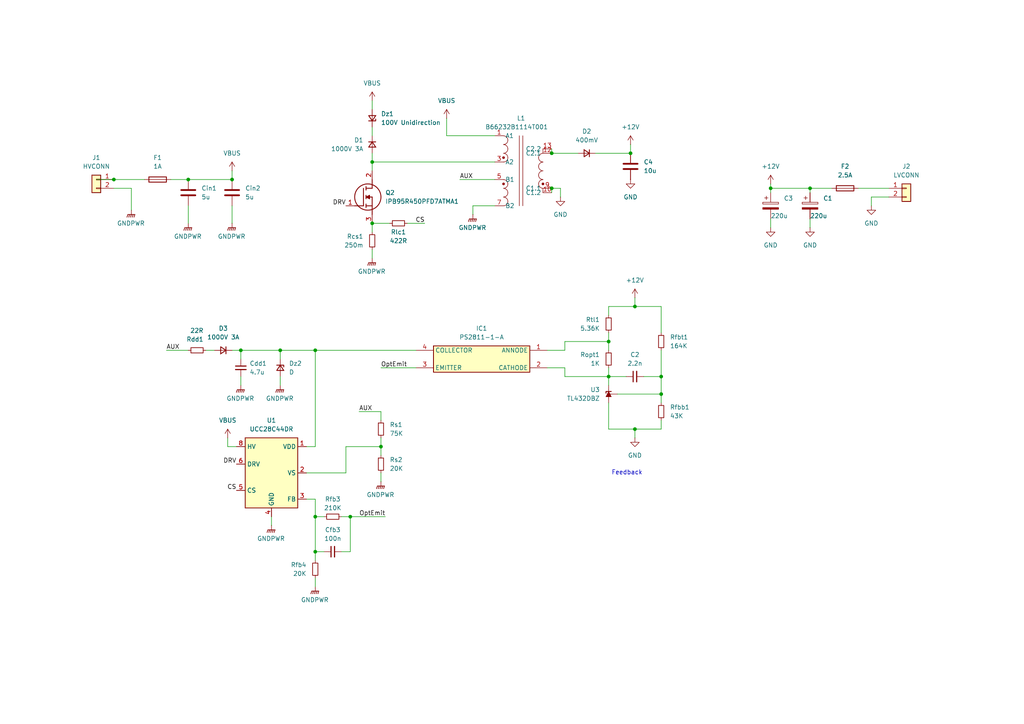
<source format=kicad_sch>
(kicad_sch (version 20250114) (generator "eeschema") (generator_version "9.0")
  (paper "A4")
  (lib_symbols
    (symbol "Connector_Generic:Conn_01x02" (pin_names (offset 1.016) (hide yes))
      (property "Reference" "J" (at 0 2.54 0))
      (property "Value" "Conn_01x02" (at 0 -5.08 0))
      (symbol "Conn_01x02_1_1"
        (rectangle (start -1.27 1.27) (end 1.27 -3.81) (stroke (width 0.254)) (fill (type background)))
        (rectangle (start -1.27 0.127) (end 0 -0.127) (stroke (width 0.1524)))
        (rectangle (start -1.27 -2.413) (end 0 -2.667) (stroke (width 0.1524)))
        (pin passive line (at -5.08 0 0) (length 3.81) (name "Pin_1") (number "1"))
        (pin passive line (at -5.08 -2.54 0) (length 3.81) (name "Pin_2") (number "2"))
      )
    )
    (symbol "Device:C" (pin_numbers (hide yes)) (pin_names (offset 0.254))
      (property "Reference" "C" (at 0.635 2.54 0))
      (property "Value" "C" (at 0.635 -2.54 0))
      (symbol "C_0_1"
        (polyline (pts (xy -2.032 0.762) (xy 2.032 0.762)) (stroke (width 0.508)))
        (polyline (pts (xy -2.032 -0.762) (xy 2.032 -0.762)) (stroke (width 0.508)))
      )
      (symbol "C_1_1"
        (pin passive line (at 0 3.81 270) (length 2.794) (name "~") (number "1"))
        (pin passive line (at 0 -3.81 90) (length 2.794) (name "~") (number "2"))
      )
    )
    (symbol "Device:C_Polarized" (pin_numbers (hide yes)) (pin_names (offset 0.254))
      (property "Reference" "C" (at 0.635 2.54 0))
      (property "Value" "C_Polarized" (at 0.635 -2.54 0))
      (symbol "C_Polarized_0_1"
        (rectangle (start -2.286 0.508) (end 2.286 1.016))
        (polyline (pts (xy -1.778 2.286) (xy -0.762 2.286)))
        (polyline (pts (xy -1.27 2.794) (xy -1.27 1.778)))
        (rectangle (start 2.286 -0.508) (end -2.286 -1.016) (fill (type outline)))
      )
      (symbol "C_Polarized_1_1"
        (pin passive line (at 0 3.81 270) (length 2.794) (name "~") (number "1"))
        (pin passive line (at 0 -3.81 90) (length 2.794) (name "~") (number "2"))
      )
    )
    (symbol "Device:C_Small" (pin_numbers (hide yes)) (pin_names (offset 0.254) (hide yes))
      (property "Reference" "C" (at 0.254 1.778 0))
      (property "Value" "C_Small" (at 0.254 -2.032 0))
      (symbol "C_Small_0_1"
        (polyline (pts (xy -1.524 0.508) (xy 1.524 0.508)) (stroke (width 0.3048)))
        (polyline (pts (xy -1.524 -0.508) (xy 1.524 -0.508)) (stroke (width 0.3302)))
      )
      (symbol "C_Small_1_1"
        (pin passive line (at 0 2.54 270) (length 2.032) (name "~") (number "1"))
        (pin passive line (at 0 -2.54 90) (length 2.032) (name "~") (number "2"))
      )
    )
    (symbol "Device:D_Small" (pin_numbers (hide yes)) (pin_names (offset 0.254) (hide yes))
      (property "Reference" "D" (at -1.27 2.032 0))
      (property "Value" "D_Small" (at -3.81 -2.032 0))
      (symbol "D_Small_0_1"
        (polyline (pts (xy -0.762 0) (xy 0.762 0)))
        (polyline (pts (xy -0.762 -1.016) (xy -0.762 1.016)) (stroke (width 0.254)))
        (polyline (pts (xy 0.762 -1.016) (xy -0.762 0) (xy 0.762 1.016) (xy 0.762 -1.016)) (stroke (width 0.254)))
      )
      (symbol "D_Small_1_1"
        (pin passive line (at -2.54 0 0) (length 1.778) (name "K") (number "1"))
        (pin passive line (at 2.54 0 180) (length 1.778) (name "A") (number "2"))
      )
    )
    (symbol "Device:D_Zener_Small" (pin_numbers (hide yes)) (pin_names (offset 0.254) (hide yes))
      (property "Reference" "D" (at 0 2.286 0))
      (property "Value" "D_Zener_Small" (at 0 -2.286 0))
      (symbol "D_Zener_Small_0_1"
        (polyline (pts (xy -0.254 1.016) (xy -0.762 1.016) (xy -0.762 -1.016)) (stroke (width 0.254)))
        (polyline (pts (xy 0.762 1.016) (xy -0.762 0) (xy 0.762 -1.016) (xy 0.762 1.016)) (stroke (width 0.254)))
        (polyline (pts (xy 0.762 0) (xy -0.762 0)))
      )
      (symbol "D_Zener_Small_1_1"
        (pin passive line (at -2.54 0 0) (length 1.778) (name "K") (number "1"))
        (pin passive line (at 2.54 0 180) (length 1.778) (name "A") (number "2"))
      )
    )
    (symbol "Device:Fuse" (pin_numbers (hide yes)) (pin_names (offset 0))
      (property "Reference" "F" (at 2.032 0 90))
      (property "Value" "Fuse" (at -1.905 0 90))
      (symbol "Fuse_0_1"
        (rectangle (start -0.762 -2.54) (end 0.762 2.54) (stroke (width 0.254)))
        (polyline (pts (xy 0 2.54) (xy 0 -2.54)))
      )
      (symbol "Fuse_1_1"
        (pin passive line (at 0 3.81 270) (length 1.27) (name "~") (number "1"))
        (pin passive line (at 0 -3.81 90) (length 1.27) (name "~") (number "2"))
      )
    )
    (symbol "Device:R_Small" (pin_numbers (hide yes)) (pin_names (offset 0.254) (hide yes))
      (property "Reference" "R" (at 0 0 90))
      (property "Value" "R_Small" (at 1.778 0 90))
      (symbol "R_Small_0_1"
        (rectangle (start -0.762 1.778) (end 0.762 -1.778) (stroke (width 0.2032)))
      )
      (symbol "R_Small_1_1"
        (pin passive line (at 0 2.54 270) (length 0.762) (name "~") (number "1"))
        (pin passive line (at 0 -2.54 90) (length 0.762) (name "~") (number "2"))
      )
    )
    (symbol "Reference_Voltage:TL432DBZ" (pin_numbers (hide yes)) (pin_names (hide yes))
      (property "Reference" "U" (at -2.54 2.54 0))
      (property "Value" "TL432DBZ" (at 0 -2.54 0))
      (symbol "TL432DBZ_0_1"
        (polyline (pts (xy -1.27 0) (xy 0 0) (xy 1.27 0)))
        (polyline (pts (xy -0.762 -0.762) (xy -0.762 0.762) (xy 0.762 0) (xy -0.762 -0.762)) (fill (type outline)))
        (polyline (pts (xy 0.254 -0.762) (xy 0.762 -0.762) (xy 0.762 0.762) (xy 0.762 0.762)) (stroke (width 0.254)))
      )
      (symbol "TL432DBZ_1_1"
        (pin passive line (at -2.54 0 0) (length 1.27) (name "A") (number "3"))
        (pin passive line (at 0 2.54 270) (length 2.54) (name "REF") (number "1"))
        (pin passive line (at 2.54 0 180) (length 1.27) (name "K") (number "2"))
      )
    )
    (symbol "Samacsys:B66232B1114T001"
      (property "Reference" "L1" (at 8.89 2.54 0))
      (property "Value" "B66232B1114T001" (at 7.62 0 0))
      (symbol "B66232B1114T001_0_1"
        (arc (start 3.81 -2.5654) (mid 4.6901 -2.9299) (end 5.0546 -3.81))
        (arc (start 3.81 -5.1054) (mid 4.6901 -5.4699) (end 5.0546 -6.35))
        (arc (start 3.81 -7.6454) (mid 4.6901 -8.0099) (end 5.0546 -8.89))
        (arc (start 3.81 -15.2654) (mid 4.6901 -15.6299) (end 5.0546 -16.51))
        (arc (start 3.81 -17.8054) (mid 4.6901 -18.1699) (end 5.0546 -19.05))
        (arc (start 3.81 -20.3454) (mid 4.6901 -20.7099) (end 5.0546 -21.59))
        (arc (start 5.0546 -3.81) (mid 4.7043 -4.7117) (end 3.81 -5.08))
        (arc (start 5.0546 -6.35) (mid 4.7043 -7.2517) (end 3.81 -7.62))
        (arc (start 5.0546 -8.89) (mid 4.7043 -9.7917) (end 3.81 -10.16))
        (arc (start 5.0546 -16.51) (mid 4.7043 -17.4117) (end 3.81 -17.78))
        (arc (start 5.0546 -19.05) (mid 4.7043 -19.9517) (end 3.81 -20.32))
        (arc (start 5.0546 -21.59) (mid 4.7043 -22.4917) (end 3.81 -22.86))
        (polyline (pts (xy 8.382 -22.86) (xy 8.382 -2.54)))
        (polyline (pts (xy 9.398 -2.54) (xy 9.398 -22.86)))
        (polyline (pts (xy 15.24 -7.62) (xy 15.24 -6.35)))
        (arc (start 15.24 -10.16) (mid 14.342 -9.788) (end 13.97 -8.89))
        (arc (start 15.24 -12.7) (mid 14.342 -12.328) (end 13.97 -11.43))
        (arc (start 15.24 -15.24) (mid 14.342 -14.868) (end 13.97 -13.97))
        (arc (start 15.24 -17.78) (mid 14.342 -17.408) (end 13.97 -16.51))
        (polyline (pts (xy 15.24 -17.78) (xy 15.24 -19.05)))
        (arc (start 13.97 -8.89) (mid 14.356 -8.0136) (end 15.24 -7.6454))
        (arc (start 13.97 -11.43) (mid 14.356 -10.5536) (end 15.24 -10.1854))
        (arc (start 13.97 -13.97) (mid 14.356 -13.0936) (end 15.24 -12.7254))
        (arc (start 13.97 -16.51) (mid 14.356 -15.6336) (end 15.24 -15.2654))
      )
      (symbol "B66232B1114T001_1_1"
        (circle (center 3.81 -8.89) (radius 0.0001) (stroke (width 0.762)) (fill (type outline)))
        (circle (center 3.81 -16.51) (radius 0.0001) (stroke (width 0.762)) (fill (type outline)))
        (circle (center 15.24 -16.51) (radius 0.0001) (stroke (width 0.762)) (fill (type outline)))
        (pin input line (at 1.27 -2.54 0) (length 2.54) (name "A1") (number "1"))
        (pin input line (at 1.27 -10.16 0) (length 2.54) (name "A2") (number "3"))
        (pin input line (at 1.27 -15.24 0) (length 2.54) (name "B1") (number "5"))
        (pin input line (at 1.27 -22.86 0) (length 2.54) (name "B2") (number "7"))
        (pin input line (at 17.78 -6.35 180) (length 2.54) (name "C2.2") (number "13"))
        (pin input line (at 17.78 -7.62 180) (length 2.54) (name "C2.1") (number "12"))
        (pin input line (at 17.78 -17.78 180) (length 2.54) (name "C1.1") (number "9"))
        (pin input line (at 17.78 -19.05 180) (length 2.54) (name "C1.2") (number "10"))
      )
    )
    (symbol "Samacsys:IPB95R450PFD7ATMA1" (pin_names (hide yes))
      (property "Reference" "Q" (at 11.43 3.81 0))
      (property "Value" "IPB95R450PFD7ATMA1" (at 11.43 1.27 0))
      (symbol "IPB95R450PFD7ATMA1_1_1"
        (polyline (pts (xy 2.54 0) (xy 5.08 0)) (stroke (width 0.254)))
        (polyline (pts (xy 5.08 5.08) (xy 5.08 0)) (stroke (width 0.254)))
        (polyline (pts (xy 5.842 5.588) (xy 5.842 4.572)) (stroke (width 0.254)))
        (polyline (pts (xy 5.842 2.54) (xy 6.858 3.048) (xy 6.858 2.032) (xy 5.842 2.54)) (stroke (width 0.254)) (fill (type outline)))
        (polyline (pts (xy 5.842 2.032) (xy 5.842 3.048)) (stroke (width 0.254)))
        (polyline (pts (xy 5.842 0) (xy 7.62 0)) (stroke (width 0.254)))
        (polyline (pts (xy 5.842 -0.508) (xy 5.842 0.508)) (stroke (width 0.254)))
        (circle (center 6.35 2.54) (radius 3.81) (stroke (width 0.254)))
        (polyline (pts (xy 7.62 5.08) (xy 5.842 5.08)) (stroke (width 0.254)))
        (polyline (pts (xy 7.62 5.08) (xy 7.62 7.62)) (stroke (width 0.254)))
        (polyline (pts (xy 7.62 2.54) (xy 5.842 2.54)) (stroke (width 0.254)))
        (polyline (pts (xy 7.62 2.54) (xy 7.62 -2.54)) (stroke (width 0.254)))
        (pin passive line (at 0 0 0) (length 2.54) (name "G") (number "1"))
        (pin passive line (at 7.62 10.16 270) (length 2.54) (name "D") (number "2"))
        (pin passive line (at 7.62 -5.08 90) (length 2.54) (name "S") (number "3"))
      )
    )
    (symbol "Samacsys:PS2811-1-A"
      (property "Reference" "IC1" (at 19.05 1.27 0))
      (property "Value" "PS2811-1-A" (at 19.05 -1.27 0))
      (symbol "PS2811-1-A_1_1"
        (rectangle (start 33.02 -11.43) (end 5.08 -3.81) (stroke (width 0.254)) (fill (type background)))
        (pin passive line (at 0 -5.08 0) (length 5.08) (name "COLLECTOR") (number "4"))
        (pin passive line (at 0 -10.16 0) (length 5.08) (name "EMITTER") (number "3"))
        (pin passive line (at 38.1 -5.08 180) (length 5.08) (name "ANNODE") (number "1"))
        (pin passive line (at 38.1 -10.16 180) (length 5.08) (name "CATHODE") (number "2"))
      )
    )
    (symbol "customSymbols:UCC28740"
      (property "Reference" "U" (at -7.62 11.43 0))
      (property "Value" "UCC28740" (at 1.27 11.43 0))
      (symbol "UCC28740_0_1"
        (rectangle (start -7.62 10.16) (end 7.62 -10.16) (stroke (width 0.254)) (fill (type background)))
      )
      (symbol "UCC28740_1_1"
        (pin power_in line (at -10.16 7.62 0) (length 2.54) (name "HV") (number "8"))
        (pin input line (at -10.16 2.54 0) (length 2.54) (name "DRV") (number "6"))
        (pin input line (at -10.16 -5.08 0) (length 2.54) (name "CS") (number "5"))
        (pin output line (at 0 -12.7 90) (length 2.54) (name "GND") (number "4"))
        (pin input line (at 10.16 7.62 180) (length 2.54) (name "VDD") (number "1"))
        (pin power_in line (at 10.16 0 180) (length 2.54) (name "VS") (number "2"))
        (pin input line (at 10.16 -7.62 180) (length 2.54) (name "FB") (number "3"))
      )
    )
    (symbol "power:+12V" (power) (pin_numbers (hide yes)) (pin_names (offset 0) (hide yes))
      (property "Value" "+12V" (at 0 3.556 0))
      (symbol "+12V_0_1"
        (polyline (pts (xy -0.762 1.27) (xy 0 2.54)))
        (polyline (pts (xy 0 2.54) (xy 0.762 1.27)))
        (polyline (pts (xy 0 0) (xy 0 2.54)))
      )
      (symbol "+12V_1_1"
        (pin power_in line (at 0 0 90) (length 0) (name "~") (number "1"))
      )
    )
    (symbol "power:GND" (power) (pin_numbers (hide yes)) (pin_names (offset 0) (hide yes))
      (property "Value" "GND" (at 0 -3.81 0))
      (symbol "GND_0_1"
        (polyline (pts (xy 0 0) (xy 0 -1.27) (xy 1.27 -1.27) (xy 0 -2.54) (xy -1.27 -1.27) (xy 0 -1.27)))
      )
      (symbol "GND_1_1"
        (pin power_in line (at 0 0 270) (length 0) (name "~") (number "1"))
      )
    )
    (symbol "power:GNDPWR" (power) (pin_numbers (hide yes)) (pin_names (offset 0) (hide yes))
      (property "Value" "GNDPWR" (at 0 -3.302 0))
      (symbol "GNDPWR_0_1"
        (polyline (pts (xy -1.016 -1.27) (xy -1.27 -2.032) (xy -1.27 -2.032)) (stroke (width 0.2032)))
        (polyline (pts (xy -0.508 -1.27) (xy -0.762 -2.032) (xy -0.762 -2.032)) (stroke (width 0.2032)))
        (polyline (pts (xy 0 -1.27) (xy 0 0)))
        (polyline (pts (xy 0 -1.27) (xy -0.254 -2.032) (xy -0.254 -2.032)) (stroke (width 0.2032)))
        (polyline (pts (xy 0.508 -1.27) (xy 0.254 -2.032) (xy 0.254 -2.032)) (stroke (width 0.2032)))
        (polyline (pts (xy 1.016 -1.27) (xy -1.016 -1.27) (xy -1.016 -1.27)) (stroke (width 0.2032)))
        (polyline (pts (xy 1.016 -1.27) (xy 0.762 -2.032) (xy 0.762 -2.032) (xy 0.762 -2.032)) (stroke (width 0.2032)))
      )
      (symbol "GNDPWR_1_1"
        (pin power_in line (at 0 0 270) (length 0) (name "~") (number "1"))
      )
    )
    (symbol "power:VBUS" (power) (pin_numbers (hide yes)) (pin_names (offset 0) (hide yes))
      (property "Value" "VBUS" (at 0 3.556 0))
      (symbol "VBUS_0_1"
        (polyline (pts (xy -0.762 1.27) (xy 0 2.54)))
        (polyline (pts (xy 0 2.54) (xy 0.762 1.27)))
        (polyline (pts (xy 0 0) (xy 0 2.54)))
      )
      (symbol "VBUS_1_1"
        (pin power_in line (at 0 0 90) (length 0) (name "~") (number "1"))
      )
    )
  )
  (text "Feedback" (at 181.864 137.16 0) (effects (font (size 1.27 1.27))))
  (junction (at 54.61 52.07))
  (junction (at 81.28 101.6))
  (junction (at 33.02 52.07))
  (junction (at 91.44 160.02))
  (junction (at 91.44 149.86))
  (junction (at 176.53 99.06))
  (junction (at 101.6 149.86))
  (junction (at 67.31 52.07))
  (junction (at 69.85 101.6))
  (junction (at 160.02 44.45))
  (junction (at 160.02 54.61))
  (junction (at 176.53 109.22))
  (junction (at 191.77 114.3))
  (junction (at 91.44 101.6))
  (junction (at 223.52 54.61))
  (junction (at 107.95 46.99))
  (junction (at 184.15 88.9))
  (junction (at 191.77 109.22))
  (junction (at 110.49 129.54))
  (junction (at 107.95 64.77))
  (junction (at 234.95 54.61))
  (junction (at 182.88 44.45))
  (junction (at 184.15 124.46))
  (wire (pts (xy 184.15 124.46) (xy 184.15 127)))
  (wire (pts (xy 91.44 167.64) (xy 91.44 170.18)))
  (wire (pts (xy 107.95 46.99) (xy 107.95 49.53)))
  (wire (pts (xy 27.94 52.07) (xy 33.02 52.07)))
  (wire (pts (xy 191.77 114.3) (xy 191.77 116.84)))
  (wire (pts (xy 104.14 119.38) (xy 110.49 119.38)))
  (wire (pts (xy 33.02 54.61) (xy 38.1 54.61)))
  (wire (pts (xy 107.95 46.99) (xy 143.51 46.99)))
  (wire (pts (xy 99.06 160.02) (xy 101.6 160.02)))
  (wire (pts (xy 49.53 52.07) (xy 54.61 52.07)))
  (wire (pts (xy 54.61 59.69) (xy 54.61 64.77)))
  (wire (pts (xy 91.44 160.02) (xy 93.98 160.02)))
  (wire (pts (xy 91.44 129.54) (xy 91.44 101.6)))
  (wire (pts (xy 91.44 101.6) (xy 120.65 101.6)))
  (wire (pts (xy 129.54 39.37) (xy 143.51 39.37)))
  (wire (pts (xy 158.75 106.68) (xy 163.83 106.68)))
  (wire (pts (xy 172.72 44.45) (xy 182.88 44.45)))
  (wire (pts (xy 99.06 149.86) (xy 101.6 149.86)))
  (wire (pts (xy 160.02 54.61) (xy 162.56 54.61)))
  (wire (pts (xy 191.77 88.9) (xy 191.77 96.52)))
  (wire (pts (xy 186.69 109.22) (xy 191.77 109.22)))
  (wire (pts (xy 234.95 66.04) (xy 234.95 63.5)))
  (wire (pts (xy 69.85 104.14) (xy 69.85 101.6)))
  (wire (pts (xy 162.56 54.61) (xy 162.56 57.15)))
  (wire (pts (xy 163.83 99.06) (xy 176.53 99.06)))
  (wire (pts (xy 107.95 29.21) (xy 107.95 31.75)))
  (wire (pts (xy 81.28 111.76) (xy 81.28 109.22)))
  (wire (pts (xy 163.83 99.06) (xy 163.83 101.6)))
  (wire (pts (xy 107.95 72.39) (xy 107.95 74.93)))
  (wire (pts (xy 113.03 64.77) (xy 107.95 64.77)))
  (wire (pts (xy 88.9 137.16) (xy 100.33 137.16)))
  (wire (pts (xy 110.49 106.68) (xy 120.65 106.68)))
  (wire (pts (xy 100.33 137.16) (xy 100.33 129.54)))
  (wire (pts (xy 223.52 54.61) (xy 223.52 53.34)))
  (wire (pts (xy 234.95 55.88) (xy 234.95 54.61)))
  (wire (pts (xy 38.1 54.61) (xy 38.1 60.96)))
  (wire (pts (xy 163.83 101.6) (xy 158.75 101.6)))
  (wire (pts (xy 252.73 57.15) (xy 257.81 57.15)))
  (wire (pts (xy 184.15 88.9) (xy 191.77 88.9)))
  (wire (pts (xy 248.92 54.61) (xy 257.81 54.61)))
  (wire (pts (xy 176.53 99.06) (xy 176.53 101.6)))
  (wire (pts (xy 48.26 101.6) (xy 54.61 101.6)))
  (wire (pts (xy 191.77 124.46) (xy 191.77 121.92)))
  (wire (pts (xy 191.77 109.22) (xy 191.77 114.3)))
  (wire (pts (xy 67.31 64.77) (xy 67.31 59.69)))
  (wire (pts (xy 137.16 59.69) (xy 143.51 59.69)))
  (wire (pts (xy 179.07 114.3) (xy 191.77 114.3)))
  (wire (pts (xy 110.49 119.38) (xy 110.49 121.92)))
  (wire (pts (xy 176.53 109.22) (xy 176.53 111.76)))
  (wire (pts (xy 182.88 41.91) (xy 182.88 44.45)))
  (wire (pts (xy 93.98 149.86) (xy 91.44 149.86)))
  (wire (pts (xy 66.04 129.54) (xy 66.04 127)))
  (wire (pts (xy 100.33 129.54) (xy 110.49 129.54)))
  (wire (pts (xy 176.53 88.9) (xy 184.15 88.9)))
  (wire (pts (xy 123.19 64.77) (xy 118.11 64.77)))
  (wire (pts (xy 176.53 106.68) (xy 176.53 109.22)))
  (wire (pts (xy 107.95 36.83) (xy 107.95 39.37)))
  (wire (pts (xy 54.61 52.07) (xy 67.31 52.07)))
  (wire (pts (xy 107.95 44.45) (xy 107.95 46.99)))
  (wire (pts (xy 81.28 104.14) (xy 81.28 101.6)))
  (wire (pts (xy 223.52 66.04) (xy 223.52 63.5)))
  (wire (pts (xy 91.44 144.78) (xy 88.9 144.78)))
  (wire (pts (xy 91.44 149.86) (xy 91.44 160.02)))
  (wire (pts (xy 160.02 54.61) (xy 160.02 55.88)))
  (wire (pts (xy 176.53 124.46) (xy 184.15 124.46)))
  (wire (pts (xy 129.54 34.29) (xy 129.54 39.37)))
  (wire (pts (xy 184.15 124.46) (xy 191.77 124.46)))
  (wire (pts (xy 111.76 149.86) (xy 101.6 149.86)))
  (wire (pts (xy 67.31 101.6) (xy 69.85 101.6)))
  (wire (pts (xy 252.73 57.15) (xy 252.73 59.69)))
  (wire (pts (xy 110.49 127) (xy 110.49 129.54)))
  (wire (pts (xy 176.53 109.22) (xy 181.61 109.22)))
  (wire (pts (xy 110.49 137.16) (xy 110.49 139.7)))
  (wire (pts (xy 69.85 101.6) (xy 81.28 101.6)))
  (wire (pts (xy 176.53 96.52) (xy 176.53 99.06)))
  (wire (pts (xy 91.44 162.56) (xy 91.44 160.02)))
  (wire (pts (xy 176.53 116.84) (xy 176.53 124.46)))
  (wire (pts (xy 59.69 101.6) (xy 62.23 101.6)))
  (wire (pts (xy 33.02 52.07) (xy 41.91 52.07)))
  (wire (pts (xy 223.52 55.88) (xy 223.52 54.61)))
  (wire (pts (xy 234.95 54.61) (xy 241.3 54.61)))
  (wire (pts (xy 91.44 144.78) (xy 91.44 149.86)))
  (wire (pts (xy 163.83 109.22) (xy 176.53 109.22)))
  (wire (pts (xy 133.35 52.07) (xy 143.51 52.07)))
  (wire (pts (xy 223.52 54.61) (xy 234.95 54.61)))
  (wire (pts (xy 67.31 49.53) (xy 67.31 52.07)))
  (wire (pts (xy 160.02 44.45) (xy 167.64 44.45)))
  (wire (pts (xy 66.04 129.54) (xy 68.58 129.54)))
  (wire (pts (xy 101.6 160.02) (xy 101.6 149.86)))
  (wire (pts (xy 191.77 101.6) (xy 191.77 109.22)))
  (wire (pts (xy 176.53 88.9) (xy 176.53 91.44)))
  (wire (pts (xy 88.9 129.54) (xy 91.44 129.54)))
  (wire (pts (xy 184.15 86.36) (xy 184.15 88.9)))
  (wire (pts (xy 160.02 43.18) (xy 160.02 44.45)))
  (wire (pts (xy 78.74 149.86) (xy 78.74 152.4)))
  (wire (pts (xy 69.85 111.76) (xy 69.85 109.22)))
  (wire (pts (xy 137.16 59.69) (xy 137.16 62.23)))
  (wire (pts (xy 163.83 106.68) (xy 163.83 109.22)))
  (wire (pts (xy 110.49 129.54) (xy 110.49 132.08)))
  (wire (pts (xy 81.28 101.6) (xy 91.44 101.6)))
  (wire (pts (xy 107.95 64.77) (xy 107.95 67.31)))
  (label "AUX" (at 133.35 52.07 0))
  (label "CS" (at 68.58 142.24 180))
  (label "DRV" (at 68.58 134.62 180))
  (label "OptEmit" (at 111.76 149.86 180))
  (label "OptEmit" (at 110.49 106.68 0))
  (label "AUX" (at 104.14 119.38 0))
  (label "DRV" (at 100.33 59.69 180))
  (label "CS" (at 123.19 64.77 180))
  (label "AUX" (at 48.26 101.6 0))
  (symbol (lib_id "power:+12V") (at 184.15 86.36 0) (unit 1)
    (property "Reference" "#PWR016" (effects (hide yes)))
    (property "Value" "+12V" (at 184.15 81.28 0))
    (property "Description" "Power symbol creates a global label with name \"+12V\"" (effects (hide yes)))
  )
  (symbol (lib_id "Samacsys:PS2811-1-A") (at 120.65 96.52 0) (unit 1)
    (property "Reference" "IC1" (at 139.7 95.25 0))
    (property "Value" "PS2811-1-A" (at 139.7 97.79 0))
    (property "Footprint" "Samacsys:SOIC127P700X210-4N" (effects (hide yes)))
    (property "Datasheet" "https://componentsearchengine.com/Datasheets/1/PS2811-1-A.pdf" (effects (hide yes)))
    (property "Description" "The PS2811-1 and PS2811-4 are optically coupled isolators containing a GaAs light emitting diode and an NPN silicon phototransistor in a plastic SSOP for high density applications. The package is a Shrink SOP (Small Outline Package) type for high density mounting applications." (effects (hide yes)))
    (property "Height" "2.1" (effects (hide yes)))
    (property "Mouser Part Number" "551-PS2811-1-A" (effects (hide yes)))
    (property "Mouser Price/Stock" "https://www.mouser.co.uk/ProductDetail/Renesas-Electronics/PS2811-1-A?qs=WYZ1yQOz%2FLHvShysWp8%2FyA%3D%3D" (effects (hide yes)))
    (property "Manufacturer_Name" "Renesas Electronics" (effects (hide yes)))
    (property "Manufacturer_Part_Number" "PS2811-1-A" (effects (hide yes)))
  )
  (symbol (lib_id "power:GNDPWR") (at 38.1 60.96 0) (unit 1)
    (property "Reference" "#PWR021" (effects (hide yes)))
    (property "Value" "GNDPWR" (at 37.973 64.77 0))
    (property "Description" "Power symbol creates a global label with name \"GNDPWR\" , global ground" (effects (hide yes)))
  )
  (symbol (lib_id "Device:R_Small") (at 176.53 93.98 0) (mirror x) (unit 1)
    (property "Reference" "Rtl1" (at 173.99 92.7099 0) (effects (justify right)))
    (property "Value" "5.36K" (at 173.99 95.2499 0) (effects (justify right)))
    (property "Footprint" "Resistor_SMD:R_0603_1608Metric" (effects (hide yes)))
    (property "Description" "Resistor, small symbol" (effects (hide yes)))
  )
  (symbol (lib_id "power:VBUS") (at 67.31 49.53 0) (unit 1)
    (property "Reference" "#PWR011" (effects (hide yes)))
    (property "Value" "VBUS" (at 67.31 44.45 0))
    (property "Description" "Power symbol creates a global label with name \"VBUS\"" (effects (hide yes)))
  )
  (symbol (lib_id "Device:R_Small") (at 191.77 99.06 180) (unit 1)
    (property "Reference" "Rfbt1" (at 194.31 97.7899 0) (effects (justify right)))
    (property "Value" "164K" (at 194.31 100.3299 0) (effects (justify right)))
    (property "Footprint" "Resistor_SMD:R_0603_1608Metric" (effects (hide yes)))
    (property "Description" "Resistor, small symbol" (effects (hide yes)))
  )
  (symbol (lib_id "Device:C_Small") (at 96.52 160.02 90) (unit 1)
    (property "Reference" "Cfb3" (at 96.5263 153.67 90))
    (property "Value" "100n" (at 96.5263 156.21 90))
    (property "Footprint" "Capacitor_SMD:C_0603_1608Metric" (effects (hide yes)))
    (property "Description" "Unpolarized capacitor, small symbol" (effects (hide yes)))
  )
  (symbol (lib_id "power:VBUS") (at 107.95 29.21 0) (mirror y) (unit 1)
    (property "Reference" "#PWR013" (effects (hide yes)))
    (property "Value" "VBUS" (at 107.95 24.13 0))
    (property "Description" "Power symbol creates a global label with name \"VBUS\"" (effects (hide yes)))
  )
  (symbol (lib_id "Device:D_Zener_Small") (at 107.95 34.29 270) (mirror x) (unit 1)
    (property "Reference" "Dz1" (at 110.49 33.0199 90) (effects (justify left)))
    (property "Value" "100V Unidirection" (at 110.49 35.5599 90) (effects (justify left)))
    (property "Footprint" "Diode_SMD:D_SMC" (effects (hide yes)))
    (property "Description" "Zener diode, small symbol" (effects (hide yes)))
  )
  (symbol (lib_id "Samacsys:IPB95R450PFD7ATMA1") (at 100.33 59.69 0) (unit 1)
    (property "Reference" "Q2" (at 111.76 55.8799 0) (effects (justify left)))
    (property "Value" "IPB95R450PFD7ATMA1" (at 111.76 58.4199 0) (effects (justify left)))
    (property "Footprint" "Samacsys:IPB95R450PFD7ATMA1" (effects (hide yes)))
    (property "Datasheet" "https://www.infineon.com/cms/en/product/power/mosfet/n-channel/500v-950v/ipb95r450pfd7/" (effects (hide yes)))
    (property "Description" "950 V CoolMOS PFD7 superjunction MOSFET in TO-263 package" (effects (hide yes)))
    (property "Height" "4.82" (effects (hide yes)))
    (property "Mouser Part Number" "726-IPB95R450PFD7ATM" (effects (hide yes)))
    (property "Mouser Price/Stock" "https://www.mouser.co.uk/ProductDetail/Infineon-Technologies/IPB95R450PFD7ATMA1?qs=By6Nw2ByBD0ckMjxTH5NFQ%3D%3D" (effects (hide yes)))
    (property "Manufacturer_Name" "Infineon" (effects (hide yes)))
    (property "Manufacturer_Part_Number" "IPB95R450PFD7ATMA1" (effects (hide yes)))
  )
  (symbol (lib_id "power:VBUS") (at 129.54 34.29 0) (mirror y) (unit 1)
    (property "Reference" "#PWR018" (effects (hide yes)))
    (property "Value" "VBUS" (at 129.54 29.21 0))
    (property "Description" "Power symbol creates a global label with name \"VBUS\"" (effects (hide yes)))
  )
  (symbol (lib_id "Device:Fuse") (at 45.72 52.07 90) (unit 1)
    (property "Reference" "F1" (at 45.72 45.72 90))
    (property "Value" "1A" (at 45.72 48.26 90))
    (property "Footprint" "Samacsys:FUSC13250X555N" (effects (hide yes)))
    (property "Datasheet" "https://www.mouser.co.uk/datasheet/3/191/1/ds-CP-0ACJ-series.pdf" (effects (hide yes)))
    (property "Description" "Fuse" (effects (hide yes)))
  )
  (symbol (lib_id "Device:Fuse") (at 245.11 54.61 90) (unit 1)
    (property "Reference" "F2" (at 245.11 48.26 90))
    (property "Value" "2.5A" (at 245.11 50.8 90))
    (property "Footprint" "Samacsys:FUSC13250X555N" (effects (hide yes)))
    (property "Description" "Fuse" (effects (hide yes)))
  )
  (symbol (lib_id "Device:R_Small") (at 110.49 134.62 180) (unit 1)
    (property "Reference" "Rs2" (at 113.03 133.3499 0) (effects (justify right)))
    (property "Value" "20K" (at 113.03 135.8899 0) (effects (justify right)))
    (property "Footprint" "Resistor_SMD:R_0603_1608Metric" (effects (hide yes)))
    (property "Description" "Resistor, small symbol" (effects (hide yes)))
  )
  (symbol (lib_id "Device:C_Polarized") (at 234.95 59.69 0) (unit 1)
    (property "Reference" "C1" (at 238.76 57.5309 0) (effects (justify left)))
    (property "Value" "220u" (at 234.95 62.6109 0) (effects (justify left)))
    (property "Footprint" "Capacitor_THT:CP_Radial_D8.0mm_P3.50mm" (effects (hide yes)))
    (property "Datasheet" "https://www.mouser.co.uk/datasheet/3/508/1/KEM_A4137_A7C5.pdf" (effects (hide yes)))
    (property "Description" "Polarized capacitor" (effects (hide yes)))
  )
  (symbol (lib_id "power:GND") (at 182.88 52.07 0) (unit 1)
    (property "Reference" "#PWR023" (effects (hide yes)))
    (property "Value" "GND" (at 182.88 57.15 0))
    (property "Description" "Power symbol creates a global label with name \"GND\" , ground" (effects (hide yes)))
  )
  (symbol (lib_id "power:GNDPWR") (at 67.31 64.77 0) (unit 1)
    (property "Reference" "#PWR022" (effects (hide yes)))
    (property "Value" "GNDPWR" (at 67.183 68.58 0))
    (property "Description" "Power symbol creates a global label with name \"GNDPWR\" , global ground" (effects (hide yes)))
  )
  (symbol (lib_id "power:GNDPWR") (at 54.61 64.77 0) (unit 1)
    (property "Reference" "#PWR07" (effects (hide yes)))
    (property "Value" "GNDPWR" (at 54.483 68.58 0))
    (property "Description" "Power symbol creates a global label with name \"GNDPWR\" , global ground" (effects (hide yes)))
  )
  (symbol (lib_id "Device:C") (at 54.61 55.88 0) (unit 1)
    (property "Reference" "Cin1" (at 58.42 54.6099 0) (effects (justify left)))
    (property "Value" "5u" (at 58.42 57.1499 0) (effects (justify left)))
    (property "Footprint" "Samacsys:ECWFG60505JA" (effects (hide yes)))
    (property "Description" "Unpolarized capacitor" (effects (hide yes)))
  )
  (symbol (lib_id "Device:D_Small") (at 64.77 101.6 0) (mirror y) (unit 1)
    (property "Reference" "D3" (at 64.77 95.25 0))
    (property "Value" "1000V 3A" (at 64.77 97.79 0))
    (property "Footprint" "Diode_SMD:D_SMB" (effects (hide yes)))
    (property "Datasheet" "https://www.vishay.com/doc?98676" (effects (hide yes)))
    (property "Description" "Diode, small symbol" (effects (hide yes)))
    (property "Sim.Device" "D" (effects (hide yes)))
    (property "Sim.Pins" "1=K 2=A" (effects (hide yes)))
  )
  (symbol (lib_id "power:GNDPWR") (at 110.49 139.7 0) (unit 1)
    (property "Reference" "#PWR05" (effects (hide yes)))
    (property "Value" "GNDPWR" (at 110.363 143.51 0))
    (property "Description" "Power symbol creates a global label with name \"GNDPWR\" , global ground" (effects (hide yes)))
  )
  (symbol (lib_id "power:VBUS") (at 66.04 127 0) (unit 1)
    (property "Reference" "#PWR012" (effects (hide yes)))
    (property "Value" "VBUS" (at 66.04 121.92 0))
    (property "Description" "Power symbol creates a global label with name \"VBUS\"" (effects (hide yes)))
  )
  (symbol (lib_id "power:+12V") (at 223.52 53.34 0) (unit 1)
    (property "Reference" "#PWR015" (effects (hide yes)))
    (property "Value" "+12V" (at 223.52 48.26 0))
    (property "Description" "Power symbol creates a global label with name \"+12V\"" (effects (hide yes)))
  )
  (symbol (lib_id "Device:C_Small") (at 69.85 106.68 0) (unit 1)
    (property "Reference" "Cdd1" (at 72.39 105.4162 0) (effects (justify left)))
    (property "Value" "4.7u" (at 72.39 107.9562 0) (effects (justify left)))
    (property "Footprint" "Capacitor_SMD:C_0603_1608Metric" (effects (hide yes)))
    (property "Description" "Unpolarized capacitor, small symbol" (effects (hide yes)))
  )
  (symbol (lib_id "Device:R_Small") (at 110.49 124.46 180) (unit 1)
    (property "Reference" "Rs1" (at 113.03 123.1899 0) (effects (justify right)))
    (property "Value" "75K" (at 113.03 125.7299 0) (effects (justify right)))
    (property "Footprint" "Resistor_SMD:R_0603_1608Metric" (effects (hide yes)))
    (property "Description" "Resistor, small symbol" (effects (hide yes)))
  )
  (symbol (lib_id "power:GND") (at 162.56 57.15 0) (unit 1)
    (property "Reference" "#PWR08" (effects (hide yes)))
    (property "Value" "GND" (at 162.56 62.23 0))
    (property "Description" "Power symbol creates a global label with name \"GND\" , ground" (effects (hide yes)))
  )
  (symbol (lib_id "power:GNDPWR") (at 69.85 111.76 0) (unit 1)
    (property "Reference" "#PWR06" (effects (hide yes)))
    (property "Value" "GNDPWR" (at 69.723 115.57 0))
    (property "Description" "Power symbol creates a global label with name \"GNDPWR\" , global ground" (effects (hide yes)))
  )
  (symbol (lib_id "power:GND") (at 223.52 66.04 0) (unit 1)
    (property "Reference" "#PWR020" (effects (hide yes)))
    (property "Value" "GND" (at 223.52 71.12 0))
    (property "Description" "Power symbol creates a global label with name \"GND\" , ground" (effects (hide yes)))
  )
  (symbol (lib_id "Device:C_Polarized") (at 223.52 59.69 0) (unit 1)
    (property "Reference" "C3" (at 227.33 57.5309 0) (effects (justify left)))
    (property "Value" "220u" (at 223.52 62.6109 0) (effects (justify left)))
    (property "Footprint" "Capacitor_THT:CP_Radial_D8.0mm_P3.50mm" (effects (hide yes)))
    (property "Datasheet" "https://www.mouser.co.uk/datasheet/3/508/1/KEM_A4137_A7C5.pdf" (effects (hide yes)))
    (property "Description" "Polarized capacitor" (effects (hide yes)))
  )
  (symbol (lib_id "power:GND") (at 252.73 59.69 0) (unit 1)
    (property "Reference" "#PWR017" (effects (hide yes)))
    (property "Value" "GND" (at 252.73 64.77 0))
    (property "Description" "Power symbol creates a global label with name \"GND\" , ground" (effects (hide yes)))
  )
  (symbol (lib_id "power:GNDPWR") (at 81.28 111.76 0) (unit 1)
    (property "Reference" "#PWR019" (effects (hide yes)))
    (property "Value" "GNDPWR" (at 81.153 115.57 0))
    (property "Description" "Power symbol creates a global label with name \"GNDPWR\" , global ground" (effects (hide yes)))
  )
  (symbol (lib_id "power:GNDPWR") (at 91.44 170.18 0) (unit 1)
    (property "Reference" "#PWR03" (effects (hide yes)))
    (property "Value" "GNDPWR" (at 91.313 173.99 0))
    (property "Description" "Power symbol creates a global label with name \"GNDPWR\" , global ground" (effects (hide yes)))
  )
  (symbol (lib_id "customSymbols:UCC28740") (at 78.74 137.16 0) (unit 1)
    (property "Reference" "U1" (at 78.74 121.92 0))
    (property "Value" "UCC28C44DR" (at 78.74 124.46 0))
    (property "Footprint" "Package_SO:SOIC-8_3.9x4.9mm_P1.27mm" (effects (hide yes)))
    (property "Datasheet" "http://www.ti.com/lit/ds/symlink/ucc24610.pdf" (effects (hide yes)))
    (property "Description" "GREEN Rectifier Controller Device, 600kHz, SOIC-8" (effects (hide yes)))
  )
  (symbol (lib_id "Device:D_Small") (at 170.18 44.45 180) (unit 1)
    (property "Reference" "D2" (at 170.18 38.1 0))
    (property "Value" "400mV" (at 170.18 40.64 0))
    (property "Footprint" "Diode_SMD:D_SMC" (effects (hide yes)))
    (property "Datasheet" "https://services.taiwansemi.com/storage/resources/datasheet/SSC3H40H_A2504.pdf" (effects (hide yes)))
    (property "Description" "Diode, small symbol" (effects (hide yes)))
    (property "Sim.Device" "D" (effects (hide yes)))
    (property "Sim.Pins" "1=K 2=A" (effects (hide yes)))
  )
  (symbol (lib_id "Device:C_Small") (at 184.15 109.22 90) (unit 1)
    (property "Reference" "C2" (at 184.1563 102.87 90))
    (property "Value" "2.2n" (at 184.1563 105.41 90))
    (property "Footprint" "Capacitor_SMD:C_0603_1608Metric" (effects (hide yes)))
    (property "Description" "Unpolarized capacitor, small symbol" (effects (hide yes)))
  )
  (symbol (lib_id "Reference_Voltage:TL432DBZ") (at 176.53 114.3 270) (mirror x) (unit 1)
    (property "Reference" "U3" (at 173.99 113.0299 90) (effects (justify right)))
    (property "Value" "TL432DBZ" (at 173.99 115.5699 90) (effects (justify right)))
    (property "Footprint" "Package_TO_SOT_SMD:SOT-23" (effects (hide yes)))
    (property "Datasheet" "http://www.ti.com/lit/ds/symlink/tl431.pdf" (effects (hide yes)))
    (property "Description" "Shunt Regulator, SOT-23" (effects (hide yes)))
  )
  (symbol (lib_id "Device:R_Small") (at 115.57 64.77 90) (unit 1)
    (property "Reference" "Rlc1" (at 115.57 67.31 90))
    (property "Value" "422R" (at 115.57 69.85 90))
    (property "Footprint" "Resistor_SMD:R_0603_1608Metric" (effects (hide yes)))
    (property "Description" "Resistor, small symbol" (effects (hide yes)))
  )
  (symbol (lib_id "Device:R_Small") (at 176.53 104.14 0) (mirror x) (unit 1)
    (property "Reference" "Ropt1" (at 173.99 102.8699 0) (effects (justify right)))
    (property "Value" "1K" (at 173.99 105.4099 0) (effects (justify right)))
    (property "Footprint" "Resistor_SMD:R_0603_1608Metric" (effects (hide yes)))
    (property "Description" "Resistor, small symbol" (effects (hide yes)))
  )
  (symbol (lib_id "power:GND") (at 184.15 127 0) (unit 1)
    (property "Reference" "#PWR09" (effects (hide yes)))
    (property "Value" "GND" (at 184.15 132.08 0))
    (property "Description" "Power symbol creates a global label with name \"GND\" , ground" (effects (hide yes)))
  )
  (symbol (lib_id "power:+12V") (at 182.88 41.91 0) (unit 1)
    (property "Reference" "#PWR014" (effects (hide yes)))
    (property "Value" "+12V" (at 182.88 36.83 0))
    (property "Description" "Power symbol creates a global label with name \"+12V\"" (effects (hide yes)))
  )
  (symbol (lib_id "Device:R_Small") (at 96.52 149.86 90) (unit 1)
    (property "Reference" "Rfb3" (at 96.52 144.78 90))
    (property "Value" "210K" (at 96.52 147.32 90))
    (property "Footprint" "Resistor_SMD:R_0603_1608Metric" (effects (hide yes)))
    (property "Description" "Resistor, small symbol" (effects (hide yes)))
  )
  (symbol (lib_id "power:GNDPWR") (at 107.95 74.93 0) (unit 1)
    (property "Reference" "#PWR01" (effects (hide yes)))
    (property "Value" "GNDPWR" (at 107.823 78.74 0))
    (property "Description" "Power symbol creates a global label with name \"GNDPWR\" , global ground" (effects (hide yes)))
  )
  (symbol (lib_id "Device:R_Small") (at 107.95 69.85 0) (mirror x) (unit 1)
    (property "Reference" "Rcs1" (at 105.41 68.5799 0) (effects (justify right)))
    (property "Value" "250m" (at 105.41 71.1199 0) (effects (justify right)))
    (property "Footprint" "Resistor_SMD:R_0603_1608Metric" (effects (hide yes)))
    (property "Description" "Resistor, small symbol" (effects (hide yes)))
  )
  (symbol (lib_id "Device:R_Small") (at 191.77 119.38 180) (unit 1)
    (property "Reference" "Rfbb1" (at 194.31 118.1099 0) (effects (justify right)))
    (property "Value" "43K" (at 194.31 120.6499 0) (effects (justify right)))
    (property "Footprint" "Resistor_SMD:R_0603_1608Metric" (effects (hide yes)))
    (property "Description" "Resistor, small symbol" (effects (hide yes)))
  )
  (symbol (lib_id "Device:C") (at 182.88 48.26 0) (unit 1)
    (property "Reference" "C4" (at 186.69 46.9899 0) (effects (justify left)))
    (property "Value" "10u" (at 186.69 49.5299 0) (effects (justify left)))
    (property "Footprint" "Capacitor_SMD:C_0603_1608Metric" (effects (hide yes)))
    (property "Description" "Unpolarized capacitor" (effects (hide yes)))
  )
  (symbol (lib_id "Connector_Generic:Conn_01x02") (at 27.94 52.07 0) (mirror y) (unit 1)
    (property "Reference" "J1" (at 27.94 45.72 0))
    (property "Value" "HVCONN" (at 27.94 48.26 0))
    (property "Description" "Generic connector, single row, 01x02, script generated (kicad-library-utils/schlib/autogen/connector/)" (effects (hide yes)))
  )
  (symbol (lib_id "power:GNDPWR") (at 78.74 152.4 0) (unit 1)
    (property "Reference" "#PWR02" (effects (hide yes)))
    (property "Value" "GNDPWR" (at 78.613 156.21 0))
    (property "Description" "Power symbol creates a global label with name \"GNDPWR\" , global ground" (effects (hide yes)))
  )
  (symbol (lib_id "Device:D_Zener_Small") (at 81.28 106.68 270) (unit 1)
    (property "Reference" "Dz2" (at 83.82 105.4099 90) (effects (justify left)))
    (property "Value" "D" (at 83.82 107.9499 90) (effects (justify left)))
    (property "Description" "Zener diode, small symbol" (effects (hide yes)))
  )
  (symbol (lib_id "Samacsys:B66232B1114T001") (at 142.24 36.83 0) (unit 1)
    (property "Reference" "L1" (at 151.13 34.29 0))
    (property "Value" "B66232B1114T001" (at 149.86 36.83 0))
    (property "Footprint" "Samacsys:B66232B1114T001" (effects (hide yes)))
    (property "Datasheet" "https://www.digikey.ph/en/products/detail/epcos-tdk-electronics/B66232B1114T001/3914566?srsltid=AfmBOooYljla7JE6yV-Nk6X6voafJhPDi1J4Q1z1uUhzM51JxqSae6bO" (effects (hide yes)))
    (property "Description" "Supplier Device Package E 30 x 15 x 7" (effects (hide yes)))
    (property "Height" "20" (effects (hide yes)))
    (property "Mouser Part Number" "871-B66232B1114T001" (effects (hide yes)))
    (property "Mouser Price/Stock" "https://www.mouser.co.uk/ProductDetail/EPCOS-TDK/B66232B1114T001?qs=%2FsLciWRBLmBx8w3EjzXFqQ%3D%3D" (effects (hide yes)))
    (property "Manufacturer_Name" "TDK" (effects (hide yes)))
    (property "Manufacturer_Part_Number" "B66232B1114T001" (effects (hide yes)))
  )
  (symbol (lib_id "power:GNDPWR") (at 137.16 62.23 0) (unit 1)
    (property "Reference" "#PWR04" (effects (hide yes)))
    (property "Value" "GNDPWR" (at 137.033 66.04 0))
    (property "Description" "Power symbol creates a global label with name \"GNDPWR\" , global ground" (effects (hide yes)))
  )
  (symbol (lib_id "Device:R_Small") (at 91.44 165.1 0) (mirror x) (unit 1)
    (property "Reference" "Rfb4" (at 88.9 163.8299 0) (effects (justify right)))
    (property "Value" "20K" (at 88.9 166.3699 0) (effects (justify right)))
    (property "Footprint" "Resistor_SMD:R_0603_1608Metric" (effects (hide yes)))
    (property "Description" "Resistor, small symbol" (effects (hide yes)))
  )
  (symbol (lib_id "Connector_Generic:Conn_01x02") (at 262.89 54.61 0) (unit 1)
    (property "Reference" "J2" (at 262.89 48.26 0))
    (property "Value" "LVCONN" (at 262.89 50.8 0))
    (property "Description" "Generic connector, single row, 01x02, script generated (kicad-library-utils/schlib/autogen/connector/)" (effects (hide yes)))
  )
  (symbol (lib_id "Device:D_Small") (at 107.95 41.91 90) (mirror x) (unit 1)
    (property "Reference" "D1" (at 105.41 40.6399 90) (effects (justify left)))
    (property "Value" "1000V 3A" (at 105.41 43.1799 90) (effects (justify left)))
    (property "Footprint" "Diode_SMD:D_SMB" (effects (hide yes)))
    (property "Datasheet" "https://www.vishay.com/doc?98676" (effects (hide yes)))
    (property "Description" "Diode, small symbol" (effects (hide yes)))
    (property "Sim.Device" "D" (effects (hide yes)))
    (property "Sim.Pins" "1=K 2=A" (effects (hide yes)))
  )
  (symbol (lib_id "Device:C") (at 67.31 55.88 0) (unit 1)
    (property "Reference" "Cin2" (at 71.12 54.6099 0) (effects (justify left)))
    (property "Value" "5u" (at 71.12 57.1499 0) (effects (justify left)))
    (property "Footprint" "Samacsys:ECWFG60505JA" (effects (hide yes)))
    (property "Description" "Unpolarized capacitor" (effects (hide yes)))
  )
  (symbol (lib_id "Device:R_Small") (at 57.15 101.6 270) (unit 1)
    (property "Reference" "Rdd1" (at 59.055 98.4251 90) (effects (justify right)))
    (property "Value" "22R" (at 59.055 95.8851 90) (effects (justify right)))
    (property "Footprint" "Resistor_SMD:R_0603_1608Metric" (effects (hide yes)))
    (property "Description" "Resistor, small symbol" (effects (hide yes)))
  )
  (symbol (lib_id "power:GND") (at 234.95 66.04 0) (unit 1)
    (property "Reference" "#PWR010" (effects (hide yes)))
    (property "Value" "GND" (at 234.95 71.12 0))
    (property "Description" "Power symbol creates a global label with name \"GND\" , ground" (effects (hide yes)))
  )
)
</source>
